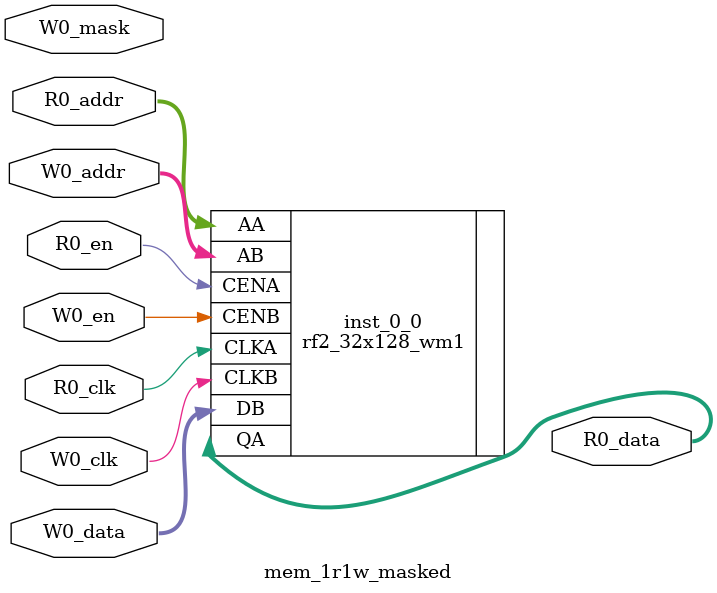
<source format=v>
module mem_1r1w_masked (
  input [4:0] R0_addr,
  input R0_en,
  input R0_clk,
  output [63:0] R0_data,
  input [4:0] W0_addr,
  input W0_en,
  input W0_clk,
  input [63:0] W0_data,
  input [7:0] W0_mask
);

  rf2_32x128_wm1 inst_0_0 (
    .AA(R0_addr),
    .CENA(R0_en),
    .CLKA(R0_clk),
    .QA(R0_data[63:0]),
    .AB(W0_addr),
    .CENB(W0_en),
    .CLKB(W0_clk),
    .DB(W0_data[63:0]),
  );
endmodule

</source>
